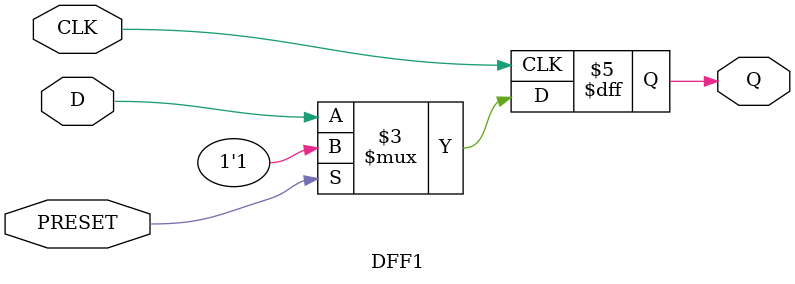
<source format=sv>
`timescale 1ns / 1ps

module DFF1(
    input D,
    input CLK,    
    input PRESET,
    output reg Q
    );
    
    always_ff @(posedge CLK) begin                             
       if (PRESET)
            Q <= 1;
       else
            Q <= D;
               
    end         
endmodule

</source>
